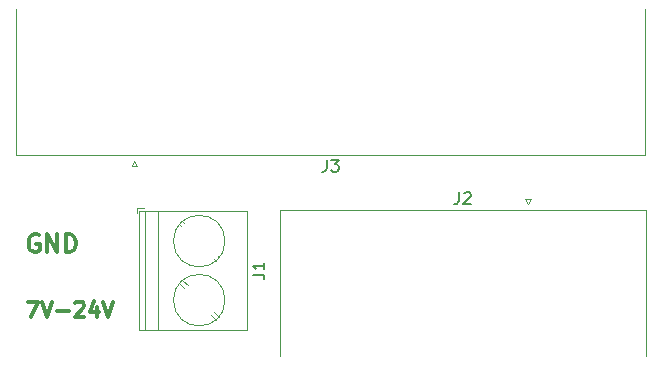
<source format=gbr>
G04 #@! TF.GenerationSoftware,KiCad,Pcbnew,5.1.5-52549c5~84~ubuntu18.04.1*
G04 #@! TF.CreationDate,2020-02-12T19:06:33-05:00*
G04 #@! TF.ProjectId,a3la_db25_to_db9,61336c61-5f64-4623-9235-5f746f5f6462,1*
G04 #@! TF.SameCoordinates,Original*
G04 #@! TF.FileFunction,Legend,Top*
G04 #@! TF.FilePolarity,Positive*
%FSLAX46Y46*%
G04 Gerber Fmt 4.6, Leading zero omitted, Abs format (unit mm)*
G04 Created by KiCad (PCBNEW 5.1.5-52549c5~84~ubuntu18.04.1) date 2020-02-12 19:06:33*
%MOMM*%
%LPD*%
G04 APERTURE LIST*
%ADD10C,0.300000*%
%ADD11C,0.120000*%
%ADD12C,0.150000*%
G04 APERTURE END LIST*
D10*
X107915523Y-92760095D02*
X108782190Y-92760095D01*
X108225047Y-94060095D01*
X109091714Y-92760095D02*
X109525047Y-94060095D01*
X109958380Y-92760095D01*
X110391714Y-93564857D02*
X111382190Y-93564857D01*
X111939333Y-92883904D02*
X112001238Y-92822000D01*
X112125047Y-92760095D01*
X112434571Y-92760095D01*
X112558380Y-92822000D01*
X112620285Y-92883904D01*
X112682190Y-93007714D01*
X112682190Y-93131523D01*
X112620285Y-93317238D01*
X111877428Y-94060095D01*
X112682190Y-94060095D01*
X113796476Y-93193428D02*
X113796476Y-94060095D01*
X113486952Y-92698190D02*
X113177428Y-93626761D01*
X113982190Y-93626761D01*
X114291714Y-92760095D02*
X114725047Y-94060095D01*
X115158380Y-92760095D01*
X108839142Y-87134000D02*
X108696285Y-87062571D01*
X108482000Y-87062571D01*
X108267714Y-87134000D01*
X108124857Y-87276857D01*
X108053428Y-87419714D01*
X107982000Y-87705428D01*
X107982000Y-87919714D01*
X108053428Y-88205428D01*
X108124857Y-88348285D01*
X108267714Y-88491142D01*
X108482000Y-88562571D01*
X108624857Y-88562571D01*
X108839142Y-88491142D01*
X108910571Y-88419714D01*
X108910571Y-87919714D01*
X108624857Y-87919714D01*
X109553428Y-88562571D02*
X109553428Y-87062571D01*
X110410571Y-88562571D01*
X110410571Y-87062571D01*
X111124857Y-88562571D02*
X111124857Y-87062571D01*
X111482000Y-87062571D01*
X111696285Y-87134000D01*
X111839142Y-87276857D01*
X111910571Y-87419714D01*
X111982000Y-87705428D01*
X111982000Y-87919714D01*
X111910571Y-88205428D01*
X111839142Y-88348285D01*
X111696285Y-88491142D01*
X111482000Y-88562571D01*
X111124857Y-88562571D01*
D11*
X124608000Y-87630000D02*
G75*
G03X124608000Y-87630000I-2180000J0D01*
G01*
X124608000Y-92630000D02*
G75*
G03X124608000Y-92630000I-2180000J0D01*
G01*
X117828000Y-85070000D02*
X117828000Y-95190000D01*
X118928000Y-85070000D02*
X118928000Y-95190000D01*
X126488000Y-85070000D02*
X126488000Y-95190000D01*
X117368000Y-85070000D02*
X117368000Y-95190000D01*
X126488000Y-85070000D02*
X117368000Y-85070000D01*
X126488000Y-95190000D02*
X117368000Y-95190000D01*
X123816000Y-89284000D02*
X123709000Y-89177000D01*
X120881000Y-86348000D02*
X120774000Y-86242000D01*
X124082000Y-89018000D02*
X123975000Y-88911000D01*
X121147000Y-86082000D02*
X121040000Y-85976000D01*
X123816000Y-94284000D02*
X123420000Y-93889000D01*
X121154000Y-91623000D02*
X120774000Y-91243000D01*
X124082000Y-94018000D02*
X123702000Y-93638000D01*
X121436000Y-91372000D02*
X121040000Y-90977000D01*
X117768000Y-84830000D02*
X117128000Y-84830000D01*
X117128000Y-84830000D02*
X117128000Y-85230000D01*
X129268988Y-97326526D02*
X129268988Y-84986526D01*
X129268988Y-84986526D02*
X160238988Y-84986526D01*
X160238988Y-84986526D02*
X160238988Y-97326526D01*
X150043988Y-84092188D02*
X150543988Y-84092188D01*
X150543988Y-84092188D02*
X150293988Y-84525201D01*
X150293988Y-84525201D02*
X150043988Y-84092188D01*
X160175322Y-68016860D02*
X160175322Y-80356860D01*
X160175322Y-80356860D02*
X106955322Y-80356860D01*
X106955322Y-80356860D02*
X106955322Y-68016860D01*
X117195322Y-81251198D02*
X116695322Y-81251198D01*
X116695322Y-81251198D02*
X116945322Y-80818185D01*
X116945322Y-80818185D02*
X117195322Y-81251198D01*
D12*
X126940380Y-90463333D02*
X127654666Y-90463333D01*
X127797523Y-90510952D01*
X127892761Y-90606190D01*
X127940380Y-90749047D01*
X127940380Y-90844285D01*
X127940380Y-89463333D02*
X127940380Y-90034761D01*
X127940380Y-89749047D02*
X126940380Y-89749047D01*
X127083238Y-89844285D01*
X127178476Y-89939523D01*
X127226095Y-90034761D01*
X144420654Y-83498906D02*
X144420654Y-84213192D01*
X144373035Y-84356049D01*
X144277797Y-84451287D01*
X144134940Y-84498906D01*
X144039702Y-84498906D01*
X144849226Y-83594145D02*
X144896845Y-83546526D01*
X144992083Y-83498906D01*
X145230178Y-83498906D01*
X145325416Y-83546526D01*
X145373035Y-83594145D01*
X145420654Y-83689383D01*
X145420654Y-83784621D01*
X145373035Y-83927478D01*
X144801607Y-84498906D01*
X145420654Y-84498906D01*
X133231988Y-80749240D02*
X133231988Y-81463526D01*
X133184369Y-81606383D01*
X133089131Y-81701621D01*
X132946274Y-81749240D01*
X132851036Y-81749240D01*
X133612941Y-80749240D02*
X134231988Y-80749240D01*
X133898655Y-81130193D01*
X134041512Y-81130193D01*
X134136750Y-81177812D01*
X134184369Y-81225431D01*
X134231988Y-81320669D01*
X134231988Y-81558764D01*
X134184369Y-81654002D01*
X134136750Y-81701621D01*
X134041512Y-81749240D01*
X133755798Y-81749240D01*
X133660560Y-81701621D01*
X133612941Y-81654002D01*
M02*

</source>
